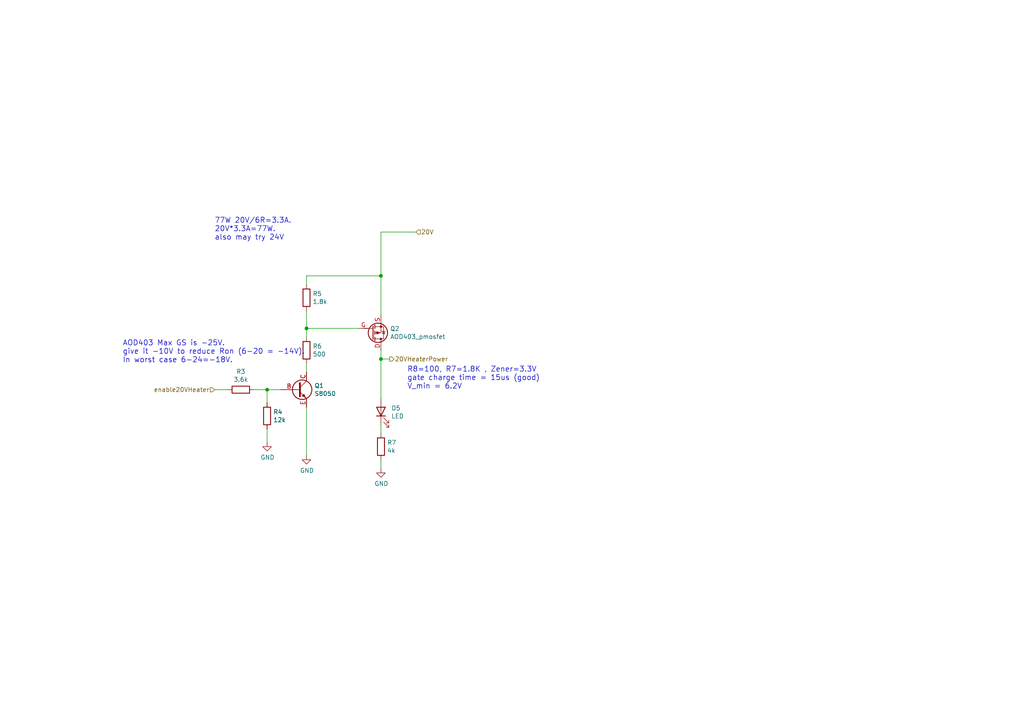
<source format=kicad_sch>
(kicad_sch (version 20211123) (generator eeschema)
  (paper "A4")
  (lib_symbols
    (symbol "Device:R" (pin_numbers hide) (pin_names (offset 0))
      (property "Reference" "R" (at 2.032 0 90))
      (property "Value" "R" (at 0 0 90))
      (symbol "R_0_1"
        (rectangle (start -1.016 -2.54) (end 1.016 2.54) (stroke (width 0.254)))
      )
      (symbol "R_1_1"
        (pin passive line (at 0 3.81 270) (length 1.27) (name "~") (number "1"))
        (pin passive line (at 0 -3.81 90) (length 1.27) (name "~") (number "2"))
      )
    )
    (symbol "mySymbolLibrary:AOD403_pmosfet" (pin_names hide)
      (property "Reference" "Q" (at 3.683 -1.905 0))
      (property "Value" "AOD403_pmosfet" (at 3.683 0 0))
      (symbol "AOD403_pmosfet_0_1"
        (polyline (pts (xy -1.016 -1.905) (xy -1.016 1.905)) (stroke (width 0.254)))
        (polyline (pts (xy -1.016 1.27) (xy -3.81 1.27)))
        (polyline (pts (xy -0.508 -2.286) (xy -0.508 -1.27)) (stroke (width 0.254)))
        (polyline (pts (xy -0.508 -0.508) (xy -0.508 0.508)) (stroke (width 0.254)))
        (polyline (pts (xy -0.508 1.27) (xy -0.508 2.286)) (stroke (width 0.254)))
        (polyline (pts (xy 1.27 -2.54) (xy 1.27 -1.778)))
        (polyline (pts (xy 1.27 2.54) (xy 1.27 0) (xy -0.508 0)))
        (polyline (pts (xy -0.508 -1.778) (xy 2.032 -1.778) (xy 2.032 1.778) (xy -0.508 1.778)))
        (polyline (pts (xy 1.016 0) (xy 0 -0.381) (xy 0 0.381) (xy 1.016 0)) (fill (type outline)))
        (polyline (pts (xy 1.524 0.508) (xy 1.651 0.381) (xy 2.413 0.381) (xy 2.54 0.254)))
        (polyline (pts (xy 2.032 0.381) (xy 1.651 -0.254) (xy 2.413 -0.254) (xy 2.032 0.381)))
        (circle (center 0.381 0) (radius 2.794) (stroke (width 0.254)))
        (circle (center 1.27 -1.778) (radius 0.254) (fill (type outline)))
        (circle (center 1.27 1.778) (radius 0.254) (fill (type outline)))
      )
      (symbol "AOD403_pmosfet_1_1"
        (pin passive line (at 1.27 -5.08 90) (length 2.54) (name "D") (number "D"))
        (pin input line (at -5.08 1.27 0) (length 2.54) (name "G") (number "G"))
        (pin passive line (at 1.27 5.08 270) (length 2.54) (name "S") (number "S"))
      )
    )
    (symbol "mySymbolLibrary:LED" (pin_numbers hide) (pin_names (offset 1.016) hide)
      (property "Reference" "D" (at 0 2.54 0))
      (property "Value" "LED" (at 0 -2.54 0))
      (symbol "LED_0_1"
        (polyline (pts (xy -1.27 -1.27) (xy -1.27 1.27)) (stroke (width 0.254)))
        (polyline (pts (xy -1.27 0) (xy 1.27 0)))
        (polyline (pts (xy 1.27 -1.27) (xy 1.27 1.27) (xy -1.27 0) (xy 1.27 -1.27)) (stroke (width 0.254)))
        (polyline (pts (xy -3.048 -0.762) (xy -4.572 -2.286) (xy -3.81 -2.286) (xy -4.572 -2.286) (xy -4.572 -1.524)))
        (polyline (pts (xy -1.778 -0.762) (xy -3.302 -2.286) (xy -2.54 -2.286) (xy -3.302 -2.286) (xy -3.302 -1.524)))
      )
      (symbol "LED_1_1"
        (pin passive line (at 3.81 0 180) (length 2.54) (name "A") (number "A"))
        (pin passive line (at -3.81 0 0) (length 2.54) (name "K") (number "K"))
      )
    )
    (symbol "mySymbolLibrary:S8050" (pin_names (offset 0) hide)
      (property "Reference" "Q" (at 5.08 1.905 0))
      (property "Value" "S8050" (at 5.08 0 0))
      (symbol "S8050_0_1"
        (polyline (pts (xy 0 0) (xy 0.635 0)))
        (polyline (pts (xy 0.635 0.635) (xy 2.54 2.54)))
        (polyline (pts (xy 0.635 -0.635) (xy 2.54 -2.54) (xy 2.54 -2.54)))
        (polyline (pts (xy 0.635 1.905) (xy 0.635 -1.905) (xy 0.635 -1.905)) (stroke (width 0.508)))
        (polyline (pts (xy 1.27 -1.778) (xy 1.778 -1.27) (xy 2.286 -2.286) (xy 1.27 -1.778) (xy 1.27 -1.778)) (fill (type outline)))
        (circle (center 1.27 0) (radius 2.8194) (stroke (width 0.254)))
      )
      (symbol "S8050_1_1"
        (pin input line (at -5.08 0 0) (length 5.08) (name "B") (number "B"))
        (pin passive line (at 2.54 5.08 270) (length 2.54) (name "C") (number "C"))
        (pin passive line (at 2.54 -5.08 90) (length 2.54) (name "E") (number "E"))
      )
    )
    (symbol "power:GND" (power) (pin_names (offset 0))
      (property "Value" "GND" (at 0 -3.81 0))
      (symbol "GND_0_1"
        (polyline (pts (xy 0 0) (xy 0 -1.27) (xy 1.27 -1.27) (xy 0 -2.54) (xy -1.27 -1.27) (xy 0 -1.27)))
      )
      (symbol "GND_1_1"
        (pin power_in line (at 0 0 270) (length 0) hide (name "GND") (number "1"))
      )
    )
  )
  (junction (at 88.9 95.25))
  (junction (at 77.47 113.03))
  (junction (at 110.49 104.14))
  (junction (at 110.49 80.01))
  (wire (pts (xy 88.9 82.55) (xy 88.9 80.01)))
  (wire (pts (xy 110.49 80.01) (xy 110.49 91.44)))
  (wire (pts (xy 88.9 118.11) (xy 88.9 132.08)))
  (wire (pts (xy 62.23 113.03) (xy 66.04 113.03)))
  (wire (pts (xy 73.66 113.03) (xy 77.47 113.03)))
  (wire (pts (xy 110.49 67.31) (xy 120.65 67.31)))
  (wire (pts (xy 110.49 101.6) (xy 110.49 104.14)))
  (wire (pts (xy 77.47 116.84) (xy 77.47 113.03)))
  (wire (pts (xy 110.49 125.73) (xy 110.49 123.19)))
  (wire (pts (xy 110.49 135.89) (xy 110.49 133.35)))
  (wire (pts (xy 110.49 67.31) (xy 110.49 80.01)))
  (wire (pts (xy 88.9 80.01) (xy 110.49 80.01)))
  (wire (pts (xy 88.9 105.41) (xy 88.9 107.95)))
  (wire (pts (xy 113.03 104.14) (xy 110.49 104.14)))
  (wire (pts (xy 77.47 124.46) (xy 77.47 128.27)))
  (wire (pts (xy 88.9 95.25) (xy 104.14 95.25)))
  (wire (pts (xy 88.9 90.17) (xy 88.9 95.25)))
  (wire (pts (xy 88.9 95.25) (xy 88.9 97.79)))
  (wire (pts (xy 110.49 104.14) (xy 110.49 115.57)))
  (wire (pts (xy 77.47 113.03) (xy 81.28 113.03)))
  (text "77W 20V/6R=3.3A.\n20V*3.3A=77W.\nalso may try 24V" (at 62.23 69.85 0) (effects (font (size 1.524 1.524)) (justify left bottom)))
  (text "R8=100, R7=1.8K , Zener=3.3V\ngate charge time = 15us (good)\nV_min = 6.2V" (at 118.11 113.03 0) (effects (font (size 1.524 1.524)) (justify left bottom)))
  (text "AOD403 Max GS is -25V. \ngive it -10V to reduce Ron (6-20 = -14V).\nIn worst case 6-24=-18V.  \n" (at 35.56 105.41 0) (effects (font (size 1.524 1.524)) (justify left bottom)))
  (hierarchical_label "20V" (shape input) (at 120.65 67.31 0))
  (hierarchical_label "enable20VHeater" (shape input) (at 62.23 113.03 180))
  (hierarchical_label "20VHeaterPower" (shape output) (at 113.03 104.14 0))
  (symbol (lib_id "power:GND") (at 88.9 132.08 0) (unit 1)
    (property "Reference" "#PWR017" (effects hide))
    (property "Value" "GND" (at 89.027 136.4742 0))
  )
  (symbol (lib_id "mySymbolLibrary:S8050") (at 86.36 113.03 0) (unit 1)
    (property "Reference" "Q1" (at 91.186 111.8616 0) (effects (justify left)))
    (property "Value" "S8050" (at 91.186 114.173 0) (effects (justify left)))
    (property "Footprint" "myFootPrintLibs:SOT-23_PNP_NPN" (effects hide))
    (property "Datasheet" "http://www.unisonic.com.tw/datasheet/S8050.pdf" (effects hide))
  )
  (symbol (lib_id "Device:R") (at 69.85 113.03 270) (unit 1)
    (property "Reference" "R3" (at 69.85 107.7722 90))
    (property "Value" "3.6k" (at 69.85 110.0836 90))
    (property "Footprint" "myFootPrintLibs:R_C_0805_2012Metric_Pad1.20x1.50mm_HandSolder" (effects hide))
  )
  (symbol (lib_id "Device:R") (at 88.9 86.36 180) (unit 1)
    (property "Reference" "R5" (at 90.678 85.1916 0) (effects (justify right)))
    (property "Value" "1.8k" (at 90.678 87.503 0) (effects (justify right)))
    (property "Footprint" "myFootPrintLibs:R_C_1206_3216Metric_Pad1.33x1.80mm_HandSolder" (effects hide))
  )
  (symbol (lib_id "Device:R") (at 77.47 120.65 0) (unit 1)
    (property "Reference" "R4" (at 79.248 119.4816 0) (effects (justify left)))
    (property "Value" "12k" (at 79.248 121.793 0) (effects (justify left)))
    (property "Footprint" "myFootPrintLibs:R_C_0805_2012Metric_Pad1.20x1.50mm_HandSolder" (effects hide))
    (property "note" "pulldown for NPN transistor" (effects hide))
  )
  (symbol (lib_id "power:GND") (at 77.47 128.27 0) (unit 1)
    (property "Reference" "#PWR016" (effects hide))
    (property "Value" "GND" (at 77.597 132.6642 0))
  )
  (symbol (lib_id "mySymbolLibrary:AOD403_pmosfet") (at 109.22 96.52 0) (unit 1)
    (property "Reference" "Q2" (at 113.1316 95.3516 0) (effects (justify left)))
    (property "Value" "AOD403_pmosfet" (at 113.1316 97.663 0) (effects (justify left)))
    (property "Footprint" "myFootPrintLibs:TO-252-2" (effects hide))
    (property "Datasheet" "http://www.aosmd.com/pdfs/datasheet/AOI403.pdf" (effects hide))
  )
  (symbol (lib_id "mySymbolLibrary:LED") (at 110.49 119.38 90) (unit 1)
    (property "Reference" "D5" (at 113.4872 118.3894 90) (effects (justify right)))
    (property "Value" "LED" (at 113.4872 120.7008 90) (effects (justify right)))
    (property "Footprint" "myFootPrintLibs:LED_D3.0mm" (effects hide))
  )
  (symbol (lib_id "Device:R") (at 110.49 129.54 180) (unit 1)
    (property "Reference" "R7" (at 112.268 128.3716 0) (effects (justify right)))
    (property "Value" "4k" (at 112.268 130.683 0) (effects (justify right)))
    (property "Footprint" "myFootPrintLibs:R_C_0805_2012Metric_Pad1.20x1.50mm_HandSolder" (effects hide))
  )
  (symbol (lib_id "power:GND") (at 110.49 135.89 0) (unit 1)
    (property "Reference" "#PWR018" (effects hide))
    (property "Value" "GND" (at 110.617 140.2842 0))
  )
  (symbol (lib_id "Device:R") (at 88.9 101.6 180) (unit 1)
    (property "Reference" "R6" (at 90.678 100.4316 0) (effects (justify right)))
    (property "Value" "500" (at 90.678 102.743 0) (effects (justify right)))
    (property "Footprint" "myFootPrintLibs:R_C_0805_2012Metric_Pad1.20x1.50mm_HandSolder" (effects hide))
  )
)
</source>
